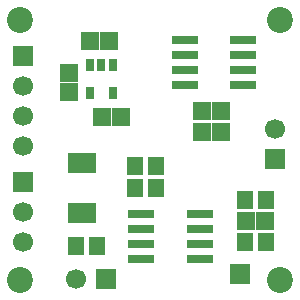
<source format=gts>
G04 Layer_Color=8388736*
%FSLAX42Y42*%
%MOMM*%
G71*
G01*
G75*
%ADD30R,1.50X1.60*%
%ADD31R,2.38X1.82*%
%ADD32R,1.35X1.55*%
%ADD33R,0.75X1.00*%
%ADD34R,2.18X0.76*%
%ADD35R,1.60X1.50*%
%ADD36C,2.20*%
%ADD37R,1.70X1.70*%
%ADD38C,1.70*%
%ADD39R,1.70X1.70*%
D30*
X1890Y3060D02*
D03*
X2050D02*
D03*
X1990Y2420D02*
D03*
X2150D02*
D03*
X3000Y2470D02*
D03*
X2840D02*
D03*
X3000Y2290D02*
D03*
X2840D02*
D03*
X3372Y1537D02*
D03*
X3212D02*
D03*
D31*
X1827Y1605D02*
D03*
Y2027D02*
D03*
D32*
X1948Y1330D02*
D03*
X1773D02*
D03*
X2450Y1820D02*
D03*
X2275D02*
D03*
X3205Y1717D02*
D03*
X3380D02*
D03*
X3383Y1357D02*
D03*
X3208D02*
D03*
X2275Y2000D02*
D03*
X2450D02*
D03*
D33*
X2082Y2620D02*
D03*
X1892D02*
D03*
Y2860D02*
D03*
X1987D02*
D03*
X2082D02*
D03*
D34*
X2697Y3074D02*
D03*
Y2947D02*
D03*
Y2820D02*
D03*
Y2693D02*
D03*
X3190D02*
D03*
Y2820D02*
D03*
Y2947D02*
D03*
Y3074D02*
D03*
X2820Y1213D02*
D03*
Y1340D02*
D03*
Y1467D02*
D03*
Y1594D02*
D03*
X2327D02*
D03*
Y1467D02*
D03*
Y1340D02*
D03*
Y1213D02*
D03*
D35*
X1711Y2788D02*
D03*
Y2628D02*
D03*
D36*
X1300Y1040D02*
D03*
X3500D02*
D03*
Y3240D02*
D03*
X1300D02*
D03*
D37*
X3159Y1092D02*
D03*
X1320Y2934D02*
D03*
Y1870D02*
D03*
X3460Y2060D02*
D03*
D38*
X1320Y2680D02*
D03*
Y2426D02*
D03*
Y2172D02*
D03*
Y1616D02*
D03*
Y1362D02*
D03*
X3460Y2314D02*
D03*
X1770Y1050D02*
D03*
D39*
X2024D02*
D03*
M02*

</source>
